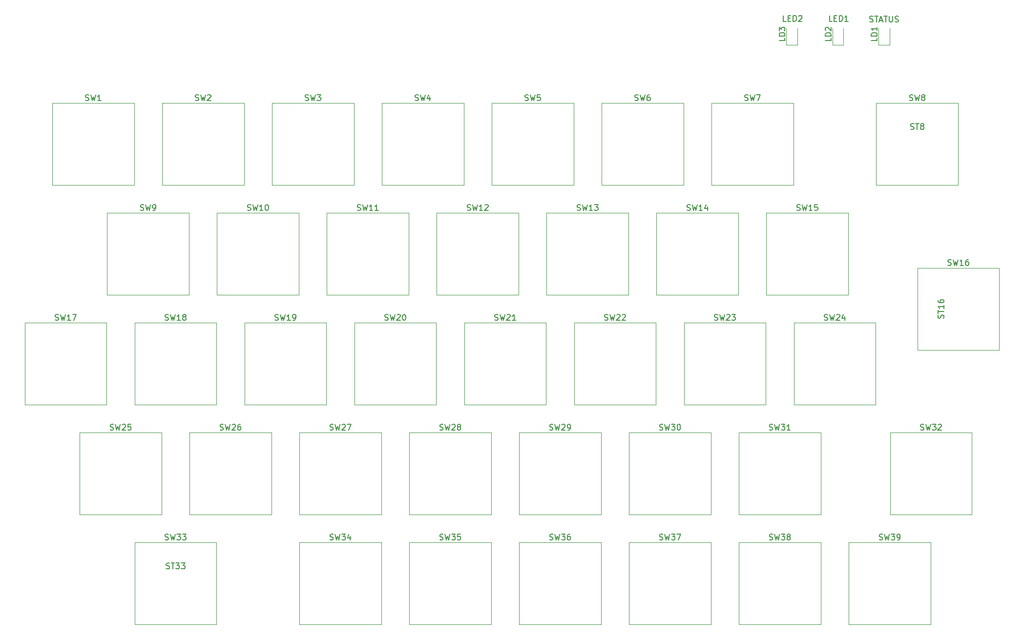
<source format=gbr>
%TF.GenerationSoftware,KiCad,Pcbnew,5.1.10*%
%TF.CreationDate,2021-08-04T22:26:14+02:00*%
%TF.ProjectId,keyboard,6b657962-6f61-4726-942e-6b696361645f,rev?*%
%TF.SameCoordinates,Original*%
%TF.FileFunction,Legend,Top*%
%TF.FilePolarity,Positive*%
%FSLAX46Y46*%
G04 Gerber Fmt 4.6, Leading zero omitted, Abs format (unit mm)*
G04 Created by KiCad (PCBNEW 5.1.10) date 2021-08-04 22:26:14*
%MOMM*%
%LPD*%
G01*
G04 APERTURE LIST*
%ADD10C,0.150000*%
%ADD11C,0.120000*%
G04 APERTURE END LIST*
D10*
X163238952Y-54109380D02*
X162762761Y-54109380D01*
X162762761Y-53109380D01*
X163572285Y-53585571D02*
X163905619Y-53585571D01*
X164048476Y-54109380D02*
X163572285Y-54109380D01*
X163572285Y-53109380D01*
X164048476Y-53109380D01*
X164477047Y-54109380D02*
X164477047Y-53109380D01*
X164715142Y-53109380D01*
X164858000Y-53157000D01*
X164953238Y-53252238D01*
X165000857Y-53347476D01*
X165048476Y-53537952D01*
X165048476Y-53680809D01*
X165000857Y-53871285D01*
X164953238Y-53966523D01*
X164858000Y-54061761D01*
X164715142Y-54109380D01*
X164477047Y-54109380D01*
X165429428Y-53204619D02*
X165477047Y-53157000D01*
X165572285Y-53109380D01*
X165810380Y-53109380D01*
X165905619Y-53157000D01*
X165953238Y-53204619D01*
X166000857Y-53299857D01*
X166000857Y-53395095D01*
X165953238Y-53537952D01*
X165381809Y-54109380D01*
X166000857Y-54109380D01*
X171239952Y-54109380D02*
X170763761Y-54109380D01*
X170763761Y-53109380D01*
X171573285Y-53585571D02*
X171906619Y-53585571D01*
X172049476Y-54109380D02*
X171573285Y-54109380D01*
X171573285Y-53109380D01*
X172049476Y-53109380D01*
X172478047Y-54109380D02*
X172478047Y-53109380D01*
X172716142Y-53109380D01*
X172859000Y-53157000D01*
X172954238Y-53252238D01*
X173001857Y-53347476D01*
X173049476Y-53537952D01*
X173049476Y-53680809D01*
X173001857Y-53871285D01*
X172954238Y-53966523D01*
X172859000Y-54061761D01*
X172716142Y-54109380D01*
X172478047Y-54109380D01*
X174001857Y-54109380D02*
X173430428Y-54109380D01*
X173716142Y-54109380D02*
X173716142Y-53109380D01*
X173620904Y-53252238D01*
X173525666Y-53347476D01*
X173430428Y-53395095D01*
X177756809Y-54188761D02*
X177899666Y-54236380D01*
X178137761Y-54236380D01*
X178233000Y-54188761D01*
X178280619Y-54141142D01*
X178328238Y-54045904D01*
X178328238Y-53950666D01*
X178280619Y-53855428D01*
X178233000Y-53807809D01*
X178137761Y-53760190D01*
X177947285Y-53712571D01*
X177852047Y-53664952D01*
X177804428Y-53617333D01*
X177756809Y-53522095D01*
X177756809Y-53426857D01*
X177804428Y-53331619D01*
X177852047Y-53284000D01*
X177947285Y-53236380D01*
X178185380Y-53236380D01*
X178328238Y-53284000D01*
X178613952Y-53236380D02*
X179185380Y-53236380D01*
X178899666Y-54236380D02*
X178899666Y-53236380D01*
X179471095Y-53950666D02*
X179947285Y-53950666D01*
X179375857Y-54236380D02*
X179709190Y-53236380D01*
X180042523Y-54236380D01*
X180233000Y-53236380D02*
X180804428Y-53236380D01*
X180518714Y-54236380D02*
X180518714Y-53236380D01*
X181137761Y-53236380D02*
X181137761Y-54045904D01*
X181185380Y-54141142D01*
X181233000Y-54188761D01*
X181328238Y-54236380D01*
X181518714Y-54236380D01*
X181613952Y-54188761D01*
X181661571Y-54141142D01*
X181709190Y-54045904D01*
X181709190Y-53236380D01*
X182137761Y-54188761D02*
X182280619Y-54236380D01*
X182518714Y-54236380D01*
X182613952Y-54188761D01*
X182661571Y-54141142D01*
X182709190Y-54045904D01*
X182709190Y-53950666D01*
X182661571Y-53855428D01*
X182613952Y-53807809D01*
X182518714Y-53760190D01*
X182328238Y-53712571D01*
X182233000Y-53664952D01*
X182185380Y-53617333D01*
X182137761Y-53522095D01*
X182137761Y-53426857D01*
X182185380Y-53331619D01*
X182233000Y-53284000D01*
X182328238Y-53236380D01*
X182566333Y-53236380D01*
X182709190Y-53284000D01*
D11*
%TO.C,SW9*%
X59722500Y-87369000D02*
X45522500Y-87369000D01*
X59722500Y-101569000D02*
X59722500Y-87369000D01*
X45522500Y-101569000D02*
X59722500Y-101569000D01*
X45522500Y-87369000D02*
X45522500Y-101569000D01*
%TO.C,SW8*%
X193072500Y-68319000D02*
X178872500Y-68319000D01*
X193072500Y-82519000D02*
X193072500Y-68319000D01*
X178872500Y-82519000D02*
X193072500Y-82519000D01*
X178872500Y-68319000D02*
X178872500Y-82519000D01*
%TO.C,SW7*%
X164497500Y-68319000D02*
X150297500Y-68319000D01*
X164497500Y-82519000D02*
X164497500Y-68319000D01*
X150297500Y-82519000D02*
X164497500Y-82519000D01*
X150297500Y-68319000D02*
X150297500Y-82519000D01*
%TO.C,SW6*%
X145447500Y-68319000D02*
X131247500Y-68319000D01*
X145447500Y-82519000D02*
X145447500Y-68319000D01*
X131247500Y-82519000D02*
X145447500Y-82519000D01*
X131247500Y-68319000D02*
X131247500Y-82519000D01*
%TO.C,SW5*%
X126397500Y-68319000D02*
X112197500Y-68319000D01*
X126397500Y-82519000D02*
X126397500Y-68319000D01*
X112197500Y-82519000D02*
X126397500Y-82519000D01*
X112197500Y-68319000D02*
X112197500Y-82519000D01*
%TO.C,SW4*%
X107347500Y-68319000D02*
X93147500Y-68319000D01*
X107347500Y-82519000D02*
X107347500Y-68319000D01*
X93147500Y-82519000D02*
X107347500Y-82519000D01*
X93147500Y-68319000D02*
X93147500Y-82519000D01*
%TO.C,SW39*%
X188310000Y-144519000D02*
X174110000Y-144519000D01*
X188310000Y-158719000D02*
X188310000Y-144519000D01*
X174110000Y-158719000D02*
X188310000Y-158719000D01*
X174110000Y-144519000D02*
X174110000Y-158719000D01*
%TO.C,SW38*%
X169260000Y-144519000D02*
X155060000Y-144519000D01*
X169260000Y-158719000D02*
X169260000Y-144519000D01*
X155060000Y-158719000D02*
X169260000Y-158719000D01*
X155060000Y-144519000D02*
X155060000Y-158719000D01*
%TO.C,SW37*%
X150210000Y-144519000D02*
X136010000Y-144519000D01*
X150210000Y-158719000D02*
X150210000Y-144519000D01*
X136010000Y-158719000D02*
X150210000Y-158719000D01*
X136010000Y-144519000D02*
X136010000Y-158719000D01*
%TO.C,SW36*%
X131160000Y-144519000D02*
X116960000Y-144519000D01*
X131160000Y-158719000D02*
X131160000Y-144519000D01*
X116960000Y-158719000D02*
X131160000Y-158719000D01*
X116960000Y-144519000D02*
X116960000Y-158719000D01*
%TO.C,SW35*%
X112110000Y-144519000D02*
X97910000Y-144519000D01*
X112110000Y-158719000D02*
X112110000Y-144519000D01*
X97910000Y-158719000D02*
X112110000Y-158719000D01*
X97910000Y-144519000D02*
X97910000Y-158719000D01*
%TO.C,SW34*%
X93060000Y-144519000D02*
X78860000Y-144519000D01*
X93060000Y-158719000D02*
X93060000Y-144519000D01*
X78860000Y-158719000D02*
X93060000Y-158719000D01*
X78860000Y-144519000D02*
X78860000Y-158719000D01*
%TO.C,SW33*%
X64485000Y-144519000D02*
X50285000Y-144519000D01*
X64485000Y-158719000D02*
X64485000Y-144519000D01*
X50285000Y-158719000D02*
X64485000Y-158719000D01*
X50285000Y-144519000D02*
X50285000Y-158719000D01*
%TO.C,SW32*%
X195453750Y-125469000D02*
X181253750Y-125469000D01*
X195453750Y-139669000D02*
X195453750Y-125469000D01*
X181253750Y-139669000D02*
X195453750Y-139669000D01*
X181253750Y-125469000D02*
X181253750Y-139669000D01*
%TO.C,SW31*%
X169260000Y-125469000D02*
X155060000Y-125469000D01*
X169260000Y-139669000D02*
X169260000Y-125469000D01*
X155060000Y-139669000D02*
X169260000Y-139669000D01*
X155060000Y-125469000D02*
X155060000Y-139669000D01*
%TO.C,SW30*%
X150210000Y-125469000D02*
X136010000Y-125469000D01*
X150210000Y-139669000D02*
X150210000Y-125469000D01*
X136010000Y-139669000D02*
X150210000Y-139669000D01*
X136010000Y-125469000D02*
X136010000Y-139669000D01*
%TO.C,SW3*%
X88297500Y-68319000D02*
X74097500Y-68319000D01*
X88297500Y-82519000D02*
X88297500Y-68319000D01*
X74097500Y-82519000D02*
X88297500Y-82519000D01*
X74097500Y-68319000D02*
X74097500Y-82519000D01*
%TO.C,SW29*%
X131160000Y-125469000D02*
X116960000Y-125469000D01*
X131160000Y-139669000D02*
X131160000Y-125469000D01*
X116960000Y-139669000D02*
X131160000Y-139669000D01*
X116960000Y-125469000D02*
X116960000Y-139669000D01*
%TO.C,SW28*%
X112110000Y-125469000D02*
X97910000Y-125469000D01*
X112110000Y-139669000D02*
X112110000Y-125469000D01*
X97910000Y-139669000D02*
X112110000Y-139669000D01*
X97910000Y-125469000D02*
X97910000Y-139669000D01*
%TO.C,SW27*%
X93060000Y-125469000D02*
X78860000Y-125469000D01*
X93060000Y-139669000D02*
X93060000Y-125469000D01*
X78860000Y-139669000D02*
X93060000Y-139669000D01*
X78860000Y-125469000D02*
X78860000Y-139669000D01*
%TO.C,SW26*%
X74010000Y-125469000D02*
X59810000Y-125469000D01*
X74010000Y-139669000D02*
X74010000Y-125469000D01*
X59810000Y-139669000D02*
X74010000Y-139669000D01*
X59810000Y-125469000D02*
X59810000Y-139669000D01*
%TO.C,SW25*%
X54960000Y-125469000D02*
X40760000Y-125469000D01*
X54960000Y-139669000D02*
X54960000Y-125469000D01*
X40760000Y-139669000D02*
X54960000Y-139669000D01*
X40760000Y-125469000D02*
X40760000Y-139669000D01*
%TO.C,SW24*%
X178785000Y-106419000D02*
X164585000Y-106419000D01*
X178785000Y-120619000D02*
X178785000Y-106419000D01*
X164585000Y-120619000D02*
X178785000Y-120619000D01*
X164585000Y-106419000D02*
X164585000Y-120619000D01*
%TO.C,SW23*%
X159735000Y-106419000D02*
X145535000Y-106419000D01*
X159735000Y-120619000D02*
X159735000Y-106419000D01*
X145535000Y-120619000D02*
X159735000Y-120619000D01*
X145535000Y-106419000D02*
X145535000Y-120619000D01*
%TO.C,SW22*%
X140685000Y-106419000D02*
X126485000Y-106419000D01*
X140685000Y-120619000D02*
X140685000Y-106419000D01*
X126485000Y-120619000D02*
X140685000Y-120619000D01*
X126485000Y-106419000D02*
X126485000Y-120619000D01*
%TO.C,SW21*%
X121635000Y-106419000D02*
X107435000Y-106419000D01*
X121635000Y-120619000D02*
X121635000Y-106419000D01*
X107435000Y-120619000D02*
X121635000Y-120619000D01*
X107435000Y-106419000D02*
X107435000Y-120619000D01*
%TO.C,SW20*%
X102585000Y-106419000D02*
X88385000Y-106419000D01*
X102585000Y-120619000D02*
X102585000Y-106419000D01*
X88385000Y-120619000D02*
X102585000Y-120619000D01*
X88385000Y-106419000D02*
X88385000Y-120619000D01*
%TO.C,SW2*%
X69247500Y-68319000D02*
X55047500Y-68319000D01*
X69247500Y-82519000D02*
X69247500Y-68319000D01*
X55047500Y-82519000D02*
X69247500Y-82519000D01*
X55047500Y-68319000D02*
X55047500Y-82519000D01*
%TO.C,SW19*%
X83535000Y-106419000D02*
X69335000Y-106419000D01*
X83535000Y-120619000D02*
X83535000Y-106419000D01*
X69335000Y-120619000D02*
X83535000Y-120619000D01*
X69335000Y-106419000D02*
X69335000Y-120619000D01*
%TO.C,SW18*%
X64485000Y-106419000D02*
X50285000Y-106419000D01*
X64485000Y-120619000D02*
X64485000Y-106419000D01*
X50285000Y-120619000D02*
X64485000Y-120619000D01*
X50285000Y-106419000D02*
X50285000Y-120619000D01*
%TO.C,SW17*%
X45435000Y-106419000D02*
X31235000Y-106419000D01*
X45435000Y-120619000D02*
X45435000Y-106419000D01*
X31235000Y-120619000D02*
X45435000Y-120619000D01*
X31235000Y-106419000D02*
X31235000Y-120619000D01*
%TO.C,SW16*%
X200216250Y-96894000D02*
X186016250Y-96894000D01*
X200216250Y-111094000D02*
X200216250Y-96894000D01*
X186016250Y-111094000D02*
X200216250Y-111094000D01*
X186016250Y-96894000D02*
X186016250Y-111094000D01*
%TO.C,SW15*%
X174022500Y-87369000D02*
X159822500Y-87369000D01*
X174022500Y-101569000D02*
X174022500Y-87369000D01*
X159822500Y-101569000D02*
X174022500Y-101569000D01*
X159822500Y-87369000D02*
X159822500Y-101569000D01*
%TO.C,SW14*%
X154972500Y-87369000D02*
X140772500Y-87369000D01*
X154972500Y-101569000D02*
X154972500Y-87369000D01*
X140772500Y-101569000D02*
X154972500Y-101569000D01*
X140772500Y-87369000D02*
X140772500Y-101569000D01*
%TO.C,SW13*%
X135922500Y-87369000D02*
X121722500Y-87369000D01*
X135922500Y-101569000D02*
X135922500Y-87369000D01*
X121722500Y-101569000D02*
X135922500Y-101569000D01*
X121722500Y-87369000D02*
X121722500Y-101569000D01*
%TO.C,SW12*%
X116872500Y-87369000D02*
X102672500Y-87369000D01*
X116872500Y-101569000D02*
X116872500Y-87369000D01*
X102672500Y-101569000D02*
X116872500Y-101569000D01*
X102672500Y-87369000D02*
X102672500Y-101569000D01*
%TO.C,SW11*%
X97822500Y-87369000D02*
X83622500Y-87369000D01*
X97822500Y-101569000D02*
X97822500Y-87369000D01*
X83622500Y-101569000D02*
X97822500Y-101569000D01*
X83622500Y-87369000D02*
X83622500Y-101569000D01*
%TO.C,SW10*%
X78772500Y-87369000D02*
X64572500Y-87369000D01*
X78772500Y-101569000D02*
X78772500Y-87369000D01*
X64572500Y-101569000D02*
X78772500Y-101569000D01*
X64572500Y-87369000D02*
X64572500Y-101569000D01*
%TO.C,SW1*%
X50197500Y-68319000D02*
X35997500Y-68319000D01*
X50197500Y-82519000D02*
X50197500Y-68319000D01*
X35997500Y-82519000D02*
X50197500Y-82519000D01*
X35997500Y-68319000D02*
X35997500Y-82519000D01*
%TO.C,LD1*%
X181192000Y-58184000D02*
X181192000Y-55324000D01*
X179272000Y-58184000D02*
X181192000Y-58184000D01*
X179272000Y-55324000D02*
X179272000Y-58184000D01*
%TO.C,LD2*%
X171272000Y-55324000D02*
X171272000Y-58184000D01*
X171272000Y-58184000D02*
X173192000Y-58184000D01*
X173192000Y-58184000D02*
X173192000Y-55324000D01*
%TO.C,LD3*%
X163272000Y-55324000D02*
X163272000Y-58184000D01*
X163272000Y-58184000D02*
X165192000Y-58184000D01*
X165192000Y-58184000D02*
X165192000Y-55324000D01*
%TO.C,SW9*%
D10*
X51289166Y-86873761D02*
X51432023Y-86921380D01*
X51670119Y-86921380D01*
X51765357Y-86873761D01*
X51812976Y-86826142D01*
X51860595Y-86730904D01*
X51860595Y-86635666D01*
X51812976Y-86540428D01*
X51765357Y-86492809D01*
X51670119Y-86445190D01*
X51479642Y-86397571D01*
X51384404Y-86349952D01*
X51336785Y-86302333D01*
X51289166Y-86207095D01*
X51289166Y-86111857D01*
X51336785Y-86016619D01*
X51384404Y-85969000D01*
X51479642Y-85921380D01*
X51717738Y-85921380D01*
X51860595Y-85969000D01*
X52193928Y-85921380D02*
X52432023Y-86921380D01*
X52622500Y-86207095D01*
X52812976Y-86921380D01*
X53051071Y-85921380D01*
X53479642Y-86921380D02*
X53670119Y-86921380D01*
X53765357Y-86873761D01*
X53812976Y-86826142D01*
X53908214Y-86683285D01*
X53955833Y-86492809D01*
X53955833Y-86111857D01*
X53908214Y-86016619D01*
X53860595Y-85969000D01*
X53765357Y-85921380D01*
X53574880Y-85921380D01*
X53479642Y-85969000D01*
X53432023Y-86016619D01*
X53384404Y-86111857D01*
X53384404Y-86349952D01*
X53432023Y-86445190D01*
X53479642Y-86492809D01*
X53574880Y-86540428D01*
X53765357Y-86540428D01*
X53860595Y-86492809D01*
X53908214Y-86445190D01*
X53955833Y-86349952D01*
%TO.C,SW8*%
X184639166Y-67823761D02*
X184782023Y-67871380D01*
X185020119Y-67871380D01*
X185115357Y-67823761D01*
X185162976Y-67776142D01*
X185210595Y-67680904D01*
X185210595Y-67585666D01*
X185162976Y-67490428D01*
X185115357Y-67442809D01*
X185020119Y-67395190D01*
X184829642Y-67347571D01*
X184734404Y-67299952D01*
X184686785Y-67252333D01*
X184639166Y-67157095D01*
X184639166Y-67061857D01*
X184686785Y-66966619D01*
X184734404Y-66919000D01*
X184829642Y-66871380D01*
X185067738Y-66871380D01*
X185210595Y-66919000D01*
X185543928Y-66871380D02*
X185782023Y-67871380D01*
X185972500Y-67157095D01*
X186162976Y-67871380D01*
X186401071Y-66871380D01*
X186924880Y-67299952D02*
X186829642Y-67252333D01*
X186782023Y-67204714D01*
X186734404Y-67109476D01*
X186734404Y-67061857D01*
X186782023Y-66966619D01*
X186829642Y-66919000D01*
X186924880Y-66871380D01*
X187115357Y-66871380D01*
X187210595Y-66919000D01*
X187258214Y-66966619D01*
X187305833Y-67061857D01*
X187305833Y-67109476D01*
X187258214Y-67204714D01*
X187210595Y-67252333D01*
X187115357Y-67299952D01*
X186924880Y-67299952D01*
X186829642Y-67347571D01*
X186782023Y-67395190D01*
X186734404Y-67490428D01*
X186734404Y-67680904D01*
X186782023Y-67776142D01*
X186829642Y-67823761D01*
X186924880Y-67871380D01*
X187115357Y-67871380D01*
X187210595Y-67823761D01*
X187258214Y-67776142D01*
X187305833Y-67680904D01*
X187305833Y-67490428D01*
X187258214Y-67395190D01*
X187210595Y-67347571D01*
X187115357Y-67299952D01*
%TO.C,SW7*%
X156064166Y-67823761D02*
X156207023Y-67871380D01*
X156445119Y-67871380D01*
X156540357Y-67823761D01*
X156587976Y-67776142D01*
X156635595Y-67680904D01*
X156635595Y-67585666D01*
X156587976Y-67490428D01*
X156540357Y-67442809D01*
X156445119Y-67395190D01*
X156254642Y-67347571D01*
X156159404Y-67299952D01*
X156111785Y-67252333D01*
X156064166Y-67157095D01*
X156064166Y-67061857D01*
X156111785Y-66966619D01*
X156159404Y-66919000D01*
X156254642Y-66871380D01*
X156492738Y-66871380D01*
X156635595Y-66919000D01*
X156968928Y-66871380D02*
X157207023Y-67871380D01*
X157397500Y-67157095D01*
X157587976Y-67871380D01*
X157826071Y-66871380D01*
X158111785Y-66871380D02*
X158778452Y-66871380D01*
X158349880Y-67871380D01*
%TO.C,SW6*%
X137014166Y-67823761D02*
X137157023Y-67871380D01*
X137395119Y-67871380D01*
X137490357Y-67823761D01*
X137537976Y-67776142D01*
X137585595Y-67680904D01*
X137585595Y-67585666D01*
X137537976Y-67490428D01*
X137490357Y-67442809D01*
X137395119Y-67395190D01*
X137204642Y-67347571D01*
X137109404Y-67299952D01*
X137061785Y-67252333D01*
X137014166Y-67157095D01*
X137014166Y-67061857D01*
X137061785Y-66966619D01*
X137109404Y-66919000D01*
X137204642Y-66871380D01*
X137442738Y-66871380D01*
X137585595Y-66919000D01*
X137918928Y-66871380D02*
X138157023Y-67871380D01*
X138347500Y-67157095D01*
X138537976Y-67871380D01*
X138776071Y-66871380D01*
X139585595Y-66871380D02*
X139395119Y-66871380D01*
X139299880Y-66919000D01*
X139252261Y-66966619D01*
X139157023Y-67109476D01*
X139109404Y-67299952D01*
X139109404Y-67680904D01*
X139157023Y-67776142D01*
X139204642Y-67823761D01*
X139299880Y-67871380D01*
X139490357Y-67871380D01*
X139585595Y-67823761D01*
X139633214Y-67776142D01*
X139680833Y-67680904D01*
X139680833Y-67442809D01*
X139633214Y-67347571D01*
X139585595Y-67299952D01*
X139490357Y-67252333D01*
X139299880Y-67252333D01*
X139204642Y-67299952D01*
X139157023Y-67347571D01*
X139109404Y-67442809D01*
%TO.C,SW5*%
X117964166Y-67823761D02*
X118107023Y-67871380D01*
X118345119Y-67871380D01*
X118440357Y-67823761D01*
X118487976Y-67776142D01*
X118535595Y-67680904D01*
X118535595Y-67585666D01*
X118487976Y-67490428D01*
X118440357Y-67442809D01*
X118345119Y-67395190D01*
X118154642Y-67347571D01*
X118059404Y-67299952D01*
X118011785Y-67252333D01*
X117964166Y-67157095D01*
X117964166Y-67061857D01*
X118011785Y-66966619D01*
X118059404Y-66919000D01*
X118154642Y-66871380D01*
X118392738Y-66871380D01*
X118535595Y-66919000D01*
X118868928Y-66871380D02*
X119107023Y-67871380D01*
X119297500Y-67157095D01*
X119487976Y-67871380D01*
X119726071Y-66871380D01*
X120583214Y-66871380D02*
X120107023Y-66871380D01*
X120059404Y-67347571D01*
X120107023Y-67299952D01*
X120202261Y-67252333D01*
X120440357Y-67252333D01*
X120535595Y-67299952D01*
X120583214Y-67347571D01*
X120630833Y-67442809D01*
X120630833Y-67680904D01*
X120583214Y-67776142D01*
X120535595Y-67823761D01*
X120440357Y-67871380D01*
X120202261Y-67871380D01*
X120107023Y-67823761D01*
X120059404Y-67776142D01*
%TO.C,SW4*%
X98914166Y-67823761D02*
X99057023Y-67871380D01*
X99295119Y-67871380D01*
X99390357Y-67823761D01*
X99437976Y-67776142D01*
X99485595Y-67680904D01*
X99485595Y-67585666D01*
X99437976Y-67490428D01*
X99390357Y-67442809D01*
X99295119Y-67395190D01*
X99104642Y-67347571D01*
X99009404Y-67299952D01*
X98961785Y-67252333D01*
X98914166Y-67157095D01*
X98914166Y-67061857D01*
X98961785Y-66966619D01*
X99009404Y-66919000D01*
X99104642Y-66871380D01*
X99342738Y-66871380D01*
X99485595Y-66919000D01*
X99818928Y-66871380D02*
X100057023Y-67871380D01*
X100247500Y-67157095D01*
X100437976Y-67871380D01*
X100676071Y-66871380D01*
X101485595Y-67204714D02*
X101485595Y-67871380D01*
X101247500Y-66823761D02*
X101009404Y-67538047D01*
X101628452Y-67538047D01*
%TO.C,SW39*%
X179400476Y-144023761D02*
X179543333Y-144071380D01*
X179781428Y-144071380D01*
X179876666Y-144023761D01*
X179924285Y-143976142D01*
X179971904Y-143880904D01*
X179971904Y-143785666D01*
X179924285Y-143690428D01*
X179876666Y-143642809D01*
X179781428Y-143595190D01*
X179590952Y-143547571D01*
X179495714Y-143499952D01*
X179448095Y-143452333D01*
X179400476Y-143357095D01*
X179400476Y-143261857D01*
X179448095Y-143166619D01*
X179495714Y-143119000D01*
X179590952Y-143071380D01*
X179829047Y-143071380D01*
X179971904Y-143119000D01*
X180305238Y-143071380D02*
X180543333Y-144071380D01*
X180733809Y-143357095D01*
X180924285Y-144071380D01*
X181162380Y-143071380D01*
X181448095Y-143071380D02*
X182067142Y-143071380D01*
X181733809Y-143452333D01*
X181876666Y-143452333D01*
X181971904Y-143499952D01*
X182019523Y-143547571D01*
X182067142Y-143642809D01*
X182067142Y-143880904D01*
X182019523Y-143976142D01*
X181971904Y-144023761D01*
X181876666Y-144071380D01*
X181590952Y-144071380D01*
X181495714Y-144023761D01*
X181448095Y-143976142D01*
X182543333Y-144071380D02*
X182733809Y-144071380D01*
X182829047Y-144023761D01*
X182876666Y-143976142D01*
X182971904Y-143833285D01*
X183019523Y-143642809D01*
X183019523Y-143261857D01*
X182971904Y-143166619D01*
X182924285Y-143119000D01*
X182829047Y-143071380D01*
X182638571Y-143071380D01*
X182543333Y-143119000D01*
X182495714Y-143166619D01*
X182448095Y-143261857D01*
X182448095Y-143499952D01*
X182495714Y-143595190D01*
X182543333Y-143642809D01*
X182638571Y-143690428D01*
X182829047Y-143690428D01*
X182924285Y-143642809D01*
X182971904Y-143595190D01*
X183019523Y-143499952D01*
%TO.C,SW38*%
X160350476Y-144023761D02*
X160493333Y-144071380D01*
X160731428Y-144071380D01*
X160826666Y-144023761D01*
X160874285Y-143976142D01*
X160921904Y-143880904D01*
X160921904Y-143785666D01*
X160874285Y-143690428D01*
X160826666Y-143642809D01*
X160731428Y-143595190D01*
X160540952Y-143547571D01*
X160445714Y-143499952D01*
X160398095Y-143452333D01*
X160350476Y-143357095D01*
X160350476Y-143261857D01*
X160398095Y-143166619D01*
X160445714Y-143119000D01*
X160540952Y-143071380D01*
X160779047Y-143071380D01*
X160921904Y-143119000D01*
X161255238Y-143071380D02*
X161493333Y-144071380D01*
X161683809Y-143357095D01*
X161874285Y-144071380D01*
X162112380Y-143071380D01*
X162398095Y-143071380D02*
X163017142Y-143071380D01*
X162683809Y-143452333D01*
X162826666Y-143452333D01*
X162921904Y-143499952D01*
X162969523Y-143547571D01*
X163017142Y-143642809D01*
X163017142Y-143880904D01*
X162969523Y-143976142D01*
X162921904Y-144023761D01*
X162826666Y-144071380D01*
X162540952Y-144071380D01*
X162445714Y-144023761D01*
X162398095Y-143976142D01*
X163588571Y-143499952D02*
X163493333Y-143452333D01*
X163445714Y-143404714D01*
X163398095Y-143309476D01*
X163398095Y-143261857D01*
X163445714Y-143166619D01*
X163493333Y-143119000D01*
X163588571Y-143071380D01*
X163779047Y-143071380D01*
X163874285Y-143119000D01*
X163921904Y-143166619D01*
X163969523Y-143261857D01*
X163969523Y-143309476D01*
X163921904Y-143404714D01*
X163874285Y-143452333D01*
X163779047Y-143499952D01*
X163588571Y-143499952D01*
X163493333Y-143547571D01*
X163445714Y-143595190D01*
X163398095Y-143690428D01*
X163398095Y-143880904D01*
X163445714Y-143976142D01*
X163493333Y-144023761D01*
X163588571Y-144071380D01*
X163779047Y-144071380D01*
X163874285Y-144023761D01*
X163921904Y-143976142D01*
X163969523Y-143880904D01*
X163969523Y-143690428D01*
X163921904Y-143595190D01*
X163874285Y-143547571D01*
X163779047Y-143499952D01*
%TO.C,SW37*%
X141300476Y-144023761D02*
X141443333Y-144071380D01*
X141681428Y-144071380D01*
X141776666Y-144023761D01*
X141824285Y-143976142D01*
X141871904Y-143880904D01*
X141871904Y-143785666D01*
X141824285Y-143690428D01*
X141776666Y-143642809D01*
X141681428Y-143595190D01*
X141490952Y-143547571D01*
X141395714Y-143499952D01*
X141348095Y-143452333D01*
X141300476Y-143357095D01*
X141300476Y-143261857D01*
X141348095Y-143166619D01*
X141395714Y-143119000D01*
X141490952Y-143071380D01*
X141729047Y-143071380D01*
X141871904Y-143119000D01*
X142205238Y-143071380D02*
X142443333Y-144071380D01*
X142633809Y-143357095D01*
X142824285Y-144071380D01*
X143062380Y-143071380D01*
X143348095Y-143071380D02*
X143967142Y-143071380D01*
X143633809Y-143452333D01*
X143776666Y-143452333D01*
X143871904Y-143499952D01*
X143919523Y-143547571D01*
X143967142Y-143642809D01*
X143967142Y-143880904D01*
X143919523Y-143976142D01*
X143871904Y-144023761D01*
X143776666Y-144071380D01*
X143490952Y-144071380D01*
X143395714Y-144023761D01*
X143348095Y-143976142D01*
X144300476Y-143071380D02*
X144967142Y-143071380D01*
X144538571Y-144071380D01*
%TO.C,SW36*%
X122250476Y-144023761D02*
X122393333Y-144071380D01*
X122631428Y-144071380D01*
X122726666Y-144023761D01*
X122774285Y-143976142D01*
X122821904Y-143880904D01*
X122821904Y-143785666D01*
X122774285Y-143690428D01*
X122726666Y-143642809D01*
X122631428Y-143595190D01*
X122440952Y-143547571D01*
X122345714Y-143499952D01*
X122298095Y-143452333D01*
X122250476Y-143357095D01*
X122250476Y-143261857D01*
X122298095Y-143166619D01*
X122345714Y-143119000D01*
X122440952Y-143071380D01*
X122679047Y-143071380D01*
X122821904Y-143119000D01*
X123155238Y-143071380D02*
X123393333Y-144071380D01*
X123583809Y-143357095D01*
X123774285Y-144071380D01*
X124012380Y-143071380D01*
X124298095Y-143071380D02*
X124917142Y-143071380D01*
X124583809Y-143452333D01*
X124726666Y-143452333D01*
X124821904Y-143499952D01*
X124869523Y-143547571D01*
X124917142Y-143642809D01*
X124917142Y-143880904D01*
X124869523Y-143976142D01*
X124821904Y-144023761D01*
X124726666Y-144071380D01*
X124440952Y-144071380D01*
X124345714Y-144023761D01*
X124298095Y-143976142D01*
X125774285Y-143071380D02*
X125583809Y-143071380D01*
X125488571Y-143119000D01*
X125440952Y-143166619D01*
X125345714Y-143309476D01*
X125298095Y-143499952D01*
X125298095Y-143880904D01*
X125345714Y-143976142D01*
X125393333Y-144023761D01*
X125488571Y-144071380D01*
X125679047Y-144071380D01*
X125774285Y-144023761D01*
X125821904Y-143976142D01*
X125869523Y-143880904D01*
X125869523Y-143642809D01*
X125821904Y-143547571D01*
X125774285Y-143499952D01*
X125679047Y-143452333D01*
X125488571Y-143452333D01*
X125393333Y-143499952D01*
X125345714Y-143547571D01*
X125298095Y-143642809D01*
%TO.C,SW35*%
X103200476Y-144023761D02*
X103343333Y-144071380D01*
X103581428Y-144071380D01*
X103676666Y-144023761D01*
X103724285Y-143976142D01*
X103771904Y-143880904D01*
X103771904Y-143785666D01*
X103724285Y-143690428D01*
X103676666Y-143642809D01*
X103581428Y-143595190D01*
X103390952Y-143547571D01*
X103295714Y-143499952D01*
X103248095Y-143452333D01*
X103200476Y-143357095D01*
X103200476Y-143261857D01*
X103248095Y-143166619D01*
X103295714Y-143119000D01*
X103390952Y-143071380D01*
X103629047Y-143071380D01*
X103771904Y-143119000D01*
X104105238Y-143071380D02*
X104343333Y-144071380D01*
X104533809Y-143357095D01*
X104724285Y-144071380D01*
X104962380Y-143071380D01*
X105248095Y-143071380D02*
X105867142Y-143071380D01*
X105533809Y-143452333D01*
X105676666Y-143452333D01*
X105771904Y-143499952D01*
X105819523Y-143547571D01*
X105867142Y-143642809D01*
X105867142Y-143880904D01*
X105819523Y-143976142D01*
X105771904Y-144023761D01*
X105676666Y-144071380D01*
X105390952Y-144071380D01*
X105295714Y-144023761D01*
X105248095Y-143976142D01*
X106771904Y-143071380D02*
X106295714Y-143071380D01*
X106248095Y-143547571D01*
X106295714Y-143499952D01*
X106390952Y-143452333D01*
X106629047Y-143452333D01*
X106724285Y-143499952D01*
X106771904Y-143547571D01*
X106819523Y-143642809D01*
X106819523Y-143880904D01*
X106771904Y-143976142D01*
X106724285Y-144023761D01*
X106629047Y-144071380D01*
X106390952Y-144071380D01*
X106295714Y-144023761D01*
X106248095Y-143976142D01*
%TO.C,SW34*%
X84150476Y-144023761D02*
X84293333Y-144071380D01*
X84531428Y-144071380D01*
X84626666Y-144023761D01*
X84674285Y-143976142D01*
X84721904Y-143880904D01*
X84721904Y-143785666D01*
X84674285Y-143690428D01*
X84626666Y-143642809D01*
X84531428Y-143595190D01*
X84340952Y-143547571D01*
X84245714Y-143499952D01*
X84198095Y-143452333D01*
X84150476Y-143357095D01*
X84150476Y-143261857D01*
X84198095Y-143166619D01*
X84245714Y-143119000D01*
X84340952Y-143071380D01*
X84579047Y-143071380D01*
X84721904Y-143119000D01*
X85055238Y-143071380D02*
X85293333Y-144071380D01*
X85483809Y-143357095D01*
X85674285Y-144071380D01*
X85912380Y-143071380D01*
X86198095Y-143071380D02*
X86817142Y-143071380D01*
X86483809Y-143452333D01*
X86626666Y-143452333D01*
X86721904Y-143499952D01*
X86769523Y-143547571D01*
X86817142Y-143642809D01*
X86817142Y-143880904D01*
X86769523Y-143976142D01*
X86721904Y-144023761D01*
X86626666Y-144071380D01*
X86340952Y-144071380D01*
X86245714Y-144023761D01*
X86198095Y-143976142D01*
X87674285Y-143404714D02*
X87674285Y-144071380D01*
X87436190Y-143023761D02*
X87198095Y-143738047D01*
X87817142Y-143738047D01*
%TO.C,SW33*%
X55575476Y-144023761D02*
X55718333Y-144071380D01*
X55956428Y-144071380D01*
X56051666Y-144023761D01*
X56099285Y-143976142D01*
X56146904Y-143880904D01*
X56146904Y-143785666D01*
X56099285Y-143690428D01*
X56051666Y-143642809D01*
X55956428Y-143595190D01*
X55765952Y-143547571D01*
X55670714Y-143499952D01*
X55623095Y-143452333D01*
X55575476Y-143357095D01*
X55575476Y-143261857D01*
X55623095Y-143166619D01*
X55670714Y-143119000D01*
X55765952Y-143071380D01*
X56004047Y-143071380D01*
X56146904Y-143119000D01*
X56480238Y-143071380D02*
X56718333Y-144071380D01*
X56908809Y-143357095D01*
X57099285Y-144071380D01*
X57337380Y-143071380D01*
X57623095Y-143071380D02*
X58242142Y-143071380D01*
X57908809Y-143452333D01*
X58051666Y-143452333D01*
X58146904Y-143499952D01*
X58194523Y-143547571D01*
X58242142Y-143642809D01*
X58242142Y-143880904D01*
X58194523Y-143976142D01*
X58146904Y-144023761D01*
X58051666Y-144071380D01*
X57765952Y-144071380D01*
X57670714Y-144023761D01*
X57623095Y-143976142D01*
X58575476Y-143071380D02*
X59194523Y-143071380D01*
X58861190Y-143452333D01*
X59004047Y-143452333D01*
X59099285Y-143499952D01*
X59146904Y-143547571D01*
X59194523Y-143642809D01*
X59194523Y-143880904D01*
X59146904Y-143976142D01*
X59099285Y-144023761D01*
X59004047Y-144071380D01*
X58718333Y-144071380D01*
X58623095Y-144023761D01*
X58575476Y-143976142D01*
%TO.C,SW32*%
X186544226Y-124973761D02*
X186687083Y-125021380D01*
X186925178Y-125021380D01*
X187020416Y-124973761D01*
X187068035Y-124926142D01*
X187115654Y-124830904D01*
X187115654Y-124735666D01*
X187068035Y-124640428D01*
X187020416Y-124592809D01*
X186925178Y-124545190D01*
X186734702Y-124497571D01*
X186639464Y-124449952D01*
X186591845Y-124402333D01*
X186544226Y-124307095D01*
X186544226Y-124211857D01*
X186591845Y-124116619D01*
X186639464Y-124069000D01*
X186734702Y-124021380D01*
X186972797Y-124021380D01*
X187115654Y-124069000D01*
X187448988Y-124021380D02*
X187687083Y-125021380D01*
X187877559Y-124307095D01*
X188068035Y-125021380D01*
X188306130Y-124021380D01*
X188591845Y-124021380D02*
X189210892Y-124021380D01*
X188877559Y-124402333D01*
X189020416Y-124402333D01*
X189115654Y-124449952D01*
X189163273Y-124497571D01*
X189210892Y-124592809D01*
X189210892Y-124830904D01*
X189163273Y-124926142D01*
X189115654Y-124973761D01*
X189020416Y-125021380D01*
X188734702Y-125021380D01*
X188639464Y-124973761D01*
X188591845Y-124926142D01*
X189591845Y-124116619D02*
X189639464Y-124069000D01*
X189734702Y-124021380D01*
X189972797Y-124021380D01*
X190068035Y-124069000D01*
X190115654Y-124116619D01*
X190163273Y-124211857D01*
X190163273Y-124307095D01*
X190115654Y-124449952D01*
X189544226Y-125021380D01*
X190163273Y-125021380D01*
%TO.C,SW31*%
X160350476Y-124973761D02*
X160493333Y-125021380D01*
X160731428Y-125021380D01*
X160826666Y-124973761D01*
X160874285Y-124926142D01*
X160921904Y-124830904D01*
X160921904Y-124735666D01*
X160874285Y-124640428D01*
X160826666Y-124592809D01*
X160731428Y-124545190D01*
X160540952Y-124497571D01*
X160445714Y-124449952D01*
X160398095Y-124402333D01*
X160350476Y-124307095D01*
X160350476Y-124211857D01*
X160398095Y-124116619D01*
X160445714Y-124069000D01*
X160540952Y-124021380D01*
X160779047Y-124021380D01*
X160921904Y-124069000D01*
X161255238Y-124021380D02*
X161493333Y-125021380D01*
X161683809Y-124307095D01*
X161874285Y-125021380D01*
X162112380Y-124021380D01*
X162398095Y-124021380D02*
X163017142Y-124021380D01*
X162683809Y-124402333D01*
X162826666Y-124402333D01*
X162921904Y-124449952D01*
X162969523Y-124497571D01*
X163017142Y-124592809D01*
X163017142Y-124830904D01*
X162969523Y-124926142D01*
X162921904Y-124973761D01*
X162826666Y-125021380D01*
X162540952Y-125021380D01*
X162445714Y-124973761D01*
X162398095Y-124926142D01*
X163969523Y-125021380D02*
X163398095Y-125021380D01*
X163683809Y-125021380D02*
X163683809Y-124021380D01*
X163588571Y-124164238D01*
X163493333Y-124259476D01*
X163398095Y-124307095D01*
%TO.C,SW30*%
X141300476Y-124973761D02*
X141443333Y-125021380D01*
X141681428Y-125021380D01*
X141776666Y-124973761D01*
X141824285Y-124926142D01*
X141871904Y-124830904D01*
X141871904Y-124735666D01*
X141824285Y-124640428D01*
X141776666Y-124592809D01*
X141681428Y-124545190D01*
X141490952Y-124497571D01*
X141395714Y-124449952D01*
X141348095Y-124402333D01*
X141300476Y-124307095D01*
X141300476Y-124211857D01*
X141348095Y-124116619D01*
X141395714Y-124069000D01*
X141490952Y-124021380D01*
X141729047Y-124021380D01*
X141871904Y-124069000D01*
X142205238Y-124021380D02*
X142443333Y-125021380D01*
X142633809Y-124307095D01*
X142824285Y-125021380D01*
X143062380Y-124021380D01*
X143348095Y-124021380D02*
X143967142Y-124021380D01*
X143633809Y-124402333D01*
X143776666Y-124402333D01*
X143871904Y-124449952D01*
X143919523Y-124497571D01*
X143967142Y-124592809D01*
X143967142Y-124830904D01*
X143919523Y-124926142D01*
X143871904Y-124973761D01*
X143776666Y-125021380D01*
X143490952Y-125021380D01*
X143395714Y-124973761D01*
X143348095Y-124926142D01*
X144586190Y-124021380D02*
X144681428Y-124021380D01*
X144776666Y-124069000D01*
X144824285Y-124116619D01*
X144871904Y-124211857D01*
X144919523Y-124402333D01*
X144919523Y-124640428D01*
X144871904Y-124830904D01*
X144824285Y-124926142D01*
X144776666Y-124973761D01*
X144681428Y-125021380D01*
X144586190Y-125021380D01*
X144490952Y-124973761D01*
X144443333Y-124926142D01*
X144395714Y-124830904D01*
X144348095Y-124640428D01*
X144348095Y-124402333D01*
X144395714Y-124211857D01*
X144443333Y-124116619D01*
X144490952Y-124069000D01*
X144586190Y-124021380D01*
%TO.C,SW3*%
X79864166Y-67823761D02*
X80007023Y-67871380D01*
X80245119Y-67871380D01*
X80340357Y-67823761D01*
X80387976Y-67776142D01*
X80435595Y-67680904D01*
X80435595Y-67585666D01*
X80387976Y-67490428D01*
X80340357Y-67442809D01*
X80245119Y-67395190D01*
X80054642Y-67347571D01*
X79959404Y-67299952D01*
X79911785Y-67252333D01*
X79864166Y-67157095D01*
X79864166Y-67061857D01*
X79911785Y-66966619D01*
X79959404Y-66919000D01*
X80054642Y-66871380D01*
X80292738Y-66871380D01*
X80435595Y-66919000D01*
X80768928Y-66871380D02*
X81007023Y-67871380D01*
X81197500Y-67157095D01*
X81387976Y-67871380D01*
X81626071Y-66871380D01*
X81911785Y-66871380D02*
X82530833Y-66871380D01*
X82197500Y-67252333D01*
X82340357Y-67252333D01*
X82435595Y-67299952D01*
X82483214Y-67347571D01*
X82530833Y-67442809D01*
X82530833Y-67680904D01*
X82483214Y-67776142D01*
X82435595Y-67823761D01*
X82340357Y-67871380D01*
X82054642Y-67871380D01*
X81959404Y-67823761D01*
X81911785Y-67776142D01*
%TO.C,SW29*%
X122250476Y-124973761D02*
X122393333Y-125021380D01*
X122631428Y-125021380D01*
X122726666Y-124973761D01*
X122774285Y-124926142D01*
X122821904Y-124830904D01*
X122821904Y-124735666D01*
X122774285Y-124640428D01*
X122726666Y-124592809D01*
X122631428Y-124545190D01*
X122440952Y-124497571D01*
X122345714Y-124449952D01*
X122298095Y-124402333D01*
X122250476Y-124307095D01*
X122250476Y-124211857D01*
X122298095Y-124116619D01*
X122345714Y-124069000D01*
X122440952Y-124021380D01*
X122679047Y-124021380D01*
X122821904Y-124069000D01*
X123155238Y-124021380D02*
X123393333Y-125021380D01*
X123583809Y-124307095D01*
X123774285Y-125021380D01*
X124012380Y-124021380D01*
X124345714Y-124116619D02*
X124393333Y-124069000D01*
X124488571Y-124021380D01*
X124726666Y-124021380D01*
X124821904Y-124069000D01*
X124869523Y-124116619D01*
X124917142Y-124211857D01*
X124917142Y-124307095D01*
X124869523Y-124449952D01*
X124298095Y-125021380D01*
X124917142Y-125021380D01*
X125393333Y-125021380D02*
X125583809Y-125021380D01*
X125679047Y-124973761D01*
X125726666Y-124926142D01*
X125821904Y-124783285D01*
X125869523Y-124592809D01*
X125869523Y-124211857D01*
X125821904Y-124116619D01*
X125774285Y-124069000D01*
X125679047Y-124021380D01*
X125488571Y-124021380D01*
X125393333Y-124069000D01*
X125345714Y-124116619D01*
X125298095Y-124211857D01*
X125298095Y-124449952D01*
X125345714Y-124545190D01*
X125393333Y-124592809D01*
X125488571Y-124640428D01*
X125679047Y-124640428D01*
X125774285Y-124592809D01*
X125821904Y-124545190D01*
X125869523Y-124449952D01*
%TO.C,SW28*%
X103200476Y-124973761D02*
X103343333Y-125021380D01*
X103581428Y-125021380D01*
X103676666Y-124973761D01*
X103724285Y-124926142D01*
X103771904Y-124830904D01*
X103771904Y-124735666D01*
X103724285Y-124640428D01*
X103676666Y-124592809D01*
X103581428Y-124545190D01*
X103390952Y-124497571D01*
X103295714Y-124449952D01*
X103248095Y-124402333D01*
X103200476Y-124307095D01*
X103200476Y-124211857D01*
X103248095Y-124116619D01*
X103295714Y-124069000D01*
X103390952Y-124021380D01*
X103629047Y-124021380D01*
X103771904Y-124069000D01*
X104105238Y-124021380D02*
X104343333Y-125021380D01*
X104533809Y-124307095D01*
X104724285Y-125021380D01*
X104962380Y-124021380D01*
X105295714Y-124116619D02*
X105343333Y-124069000D01*
X105438571Y-124021380D01*
X105676666Y-124021380D01*
X105771904Y-124069000D01*
X105819523Y-124116619D01*
X105867142Y-124211857D01*
X105867142Y-124307095D01*
X105819523Y-124449952D01*
X105248095Y-125021380D01*
X105867142Y-125021380D01*
X106438571Y-124449952D02*
X106343333Y-124402333D01*
X106295714Y-124354714D01*
X106248095Y-124259476D01*
X106248095Y-124211857D01*
X106295714Y-124116619D01*
X106343333Y-124069000D01*
X106438571Y-124021380D01*
X106629047Y-124021380D01*
X106724285Y-124069000D01*
X106771904Y-124116619D01*
X106819523Y-124211857D01*
X106819523Y-124259476D01*
X106771904Y-124354714D01*
X106724285Y-124402333D01*
X106629047Y-124449952D01*
X106438571Y-124449952D01*
X106343333Y-124497571D01*
X106295714Y-124545190D01*
X106248095Y-124640428D01*
X106248095Y-124830904D01*
X106295714Y-124926142D01*
X106343333Y-124973761D01*
X106438571Y-125021380D01*
X106629047Y-125021380D01*
X106724285Y-124973761D01*
X106771904Y-124926142D01*
X106819523Y-124830904D01*
X106819523Y-124640428D01*
X106771904Y-124545190D01*
X106724285Y-124497571D01*
X106629047Y-124449952D01*
%TO.C,SW27*%
X84150476Y-124973761D02*
X84293333Y-125021380D01*
X84531428Y-125021380D01*
X84626666Y-124973761D01*
X84674285Y-124926142D01*
X84721904Y-124830904D01*
X84721904Y-124735666D01*
X84674285Y-124640428D01*
X84626666Y-124592809D01*
X84531428Y-124545190D01*
X84340952Y-124497571D01*
X84245714Y-124449952D01*
X84198095Y-124402333D01*
X84150476Y-124307095D01*
X84150476Y-124211857D01*
X84198095Y-124116619D01*
X84245714Y-124069000D01*
X84340952Y-124021380D01*
X84579047Y-124021380D01*
X84721904Y-124069000D01*
X85055238Y-124021380D02*
X85293333Y-125021380D01*
X85483809Y-124307095D01*
X85674285Y-125021380D01*
X85912380Y-124021380D01*
X86245714Y-124116619D02*
X86293333Y-124069000D01*
X86388571Y-124021380D01*
X86626666Y-124021380D01*
X86721904Y-124069000D01*
X86769523Y-124116619D01*
X86817142Y-124211857D01*
X86817142Y-124307095D01*
X86769523Y-124449952D01*
X86198095Y-125021380D01*
X86817142Y-125021380D01*
X87150476Y-124021380D02*
X87817142Y-124021380D01*
X87388571Y-125021380D01*
%TO.C,SW26*%
X65100476Y-124973761D02*
X65243333Y-125021380D01*
X65481428Y-125021380D01*
X65576666Y-124973761D01*
X65624285Y-124926142D01*
X65671904Y-124830904D01*
X65671904Y-124735666D01*
X65624285Y-124640428D01*
X65576666Y-124592809D01*
X65481428Y-124545190D01*
X65290952Y-124497571D01*
X65195714Y-124449952D01*
X65148095Y-124402333D01*
X65100476Y-124307095D01*
X65100476Y-124211857D01*
X65148095Y-124116619D01*
X65195714Y-124069000D01*
X65290952Y-124021380D01*
X65529047Y-124021380D01*
X65671904Y-124069000D01*
X66005238Y-124021380D02*
X66243333Y-125021380D01*
X66433809Y-124307095D01*
X66624285Y-125021380D01*
X66862380Y-124021380D01*
X67195714Y-124116619D02*
X67243333Y-124069000D01*
X67338571Y-124021380D01*
X67576666Y-124021380D01*
X67671904Y-124069000D01*
X67719523Y-124116619D01*
X67767142Y-124211857D01*
X67767142Y-124307095D01*
X67719523Y-124449952D01*
X67148095Y-125021380D01*
X67767142Y-125021380D01*
X68624285Y-124021380D02*
X68433809Y-124021380D01*
X68338571Y-124069000D01*
X68290952Y-124116619D01*
X68195714Y-124259476D01*
X68148095Y-124449952D01*
X68148095Y-124830904D01*
X68195714Y-124926142D01*
X68243333Y-124973761D01*
X68338571Y-125021380D01*
X68529047Y-125021380D01*
X68624285Y-124973761D01*
X68671904Y-124926142D01*
X68719523Y-124830904D01*
X68719523Y-124592809D01*
X68671904Y-124497571D01*
X68624285Y-124449952D01*
X68529047Y-124402333D01*
X68338571Y-124402333D01*
X68243333Y-124449952D01*
X68195714Y-124497571D01*
X68148095Y-124592809D01*
%TO.C,SW25*%
X46050476Y-124973761D02*
X46193333Y-125021380D01*
X46431428Y-125021380D01*
X46526666Y-124973761D01*
X46574285Y-124926142D01*
X46621904Y-124830904D01*
X46621904Y-124735666D01*
X46574285Y-124640428D01*
X46526666Y-124592809D01*
X46431428Y-124545190D01*
X46240952Y-124497571D01*
X46145714Y-124449952D01*
X46098095Y-124402333D01*
X46050476Y-124307095D01*
X46050476Y-124211857D01*
X46098095Y-124116619D01*
X46145714Y-124069000D01*
X46240952Y-124021380D01*
X46479047Y-124021380D01*
X46621904Y-124069000D01*
X46955238Y-124021380D02*
X47193333Y-125021380D01*
X47383809Y-124307095D01*
X47574285Y-125021380D01*
X47812380Y-124021380D01*
X48145714Y-124116619D02*
X48193333Y-124069000D01*
X48288571Y-124021380D01*
X48526666Y-124021380D01*
X48621904Y-124069000D01*
X48669523Y-124116619D01*
X48717142Y-124211857D01*
X48717142Y-124307095D01*
X48669523Y-124449952D01*
X48098095Y-125021380D01*
X48717142Y-125021380D01*
X49621904Y-124021380D02*
X49145714Y-124021380D01*
X49098095Y-124497571D01*
X49145714Y-124449952D01*
X49240952Y-124402333D01*
X49479047Y-124402333D01*
X49574285Y-124449952D01*
X49621904Y-124497571D01*
X49669523Y-124592809D01*
X49669523Y-124830904D01*
X49621904Y-124926142D01*
X49574285Y-124973761D01*
X49479047Y-125021380D01*
X49240952Y-125021380D01*
X49145714Y-124973761D01*
X49098095Y-124926142D01*
%TO.C,SW24*%
X169875476Y-105923761D02*
X170018333Y-105971380D01*
X170256428Y-105971380D01*
X170351666Y-105923761D01*
X170399285Y-105876142D01*
X170446904Y-105780904D01*
X170446904Y-105685666D01*
X170399285Y-105590428D01*
X170351666Y-105542809D01*
X170256428Y-105495190D01*
X170065952Y-105447571D01*
X169970714Y-105399952D01*
X169923095Y-105352333D01*
X169875476Y-105257095D01*
X169875476Y-105161857D01*
X169923095Y-105066619D01*
X169970714Y-105019000D01*
X170065952Y-104971380D01*
X170304047Y-104971380D01*
X170446904Y-105019000D01*
X170780238Y-104971380D02*
X171018333Y-105971380D01*
X171208809Y-105257095D01*
X171399285Y-105971380D01*
X171637380Y-104971380D01*
X171970714Y-105066619D02*
X172018333Y-105019000D01*
X172113571Y-104971380D01*
X172351666Y-104971380D01*
X172446904Y-105019000D01*
X172494523Y-105066619D01*
X172542142Y-105161857D01*
X172542142Y-105257095D01*
X172494523Y-105399952D01*
X171923095Y-105971380D01*
X172542142Y-105971380D01*
X173399285Y-105304714D02*
X173399285Y-105971380D01*
X173161190Y-104923761D02*
X172923095Y-105638047D01*
X173542142Y-105638047D01*
%TO.C,SW23*%
X150825476Y-105923761D02*
X150968333Y-105971380D01*
X151206428Y-105971380D01*
X151301666Y-105923761D01*
X151349285Y-105876142D01*
X151396904Y-105780904D01*
X151396904Y-105685666D01*
X151349285Y-105590428D01*
X151301666Y-105542809D01*
X151206428Y-105495190D01*
X151015952Y-105447571D01*
X150920714Y-105399952D01*
X150873095Y-105352333D01*
X150825476Y-105257095D01*
X150825476Y-105161857D01*
X150873095Y-105066619D01*
X150920714Y-105019000D01*
X151015952Y-104971380D01*
X151254047Y-104971380D01*
X151396904Y-105019000D01*
X151730238Y-104971380D02*
X151968333Y-105971380D01*
X152158809Y-105257095D01*
X152349285Y-105971380D01*
X152587380Y-104971380D01*
X152920714Y-105066619D02*
X152968333Y-105019000D01*
X153063571Y-104971380D01*
X153301666Y-104971380D01*
X153396904Y-105019000D01*
X153444523Y-105066619D01*
X153492142Y-105161857D01*
X153492142Y-105257095D01*
X153444523Y-105399952D01*
X152873095Y-105971380D01*
X153492142Y-105971380D01*
X153825476Y-104971380D02*
X154444523Y-104971380D01*
X154111190Y-105352333D01*
X154254047Y-105352333D01*
X154349285Y-105399952D01*
X154396904Y-105447571D01*
X154444523Y-105542809D01*
X154444523Y-105780904D01*
X154396904Y-105876142D01*
X154349285Y-105923761D01*
X154254047Y-105971380D01*
X153968333Y-105971380D01*
X153873095Y-105923761D01*
X153825476Y-105876142D01*
%TO.C,SW22*%
X131775476Y-105923761D02*
X131918333Y-105971380D01*
X132156428Y-105971380D01*
X132251666Y-105923761D01*
X132299285Y-105876142D01*
X132346904Y-105780904D01*
X132346904Y-105685666D01*
X132299285Y-105590428D01*
X132251666Y-105542809D01*
X132156428Y-105495190D01*
X131965952Y-105447571D01*
X131870714Y-105399952D01*
X131823095Y-105352333D01*
X131775476Y-105257095D01*
X131775476Y-105161857D01*
X131823095Y-105066619D01*
X131870714Y-105019000D01*
X131965952Y-104971380D01*
X132204047Y-104971380D01*
X132346904Y-105019000D01*
X132680238Y-104971380D02*
X132918333Y-105971380D01*
X133108809Y-105257095D01*
X133299285Y-105971380D01*
X133537380Y-104971380D01*
X133870714Y-105066619D02*
X133918333Y-105019000D01*
X134013571Y-104971380D01*
X134251666Y-104971380D01*
X134346904Y-105019000D01*
X134394523Y-105066619D01*
X134442142Y-105161857D01*
X134442142Y-105257095D01*
X134394523Y-105399952D01*
X133823095Y-105971380D01*
X134442142Y-105971380D01*
X134823095Y-105066619D02*
X134870714Y-105019000D01*
X134965952Y-104971380D01*
X135204047Y-104971380D01*
X135299285Y-105019000D01*
X135346904Y-105066619D01*
X135394523Y-105161857D01*
X135394523Y-105257095D01*
X135346904Y-105399952D01*
X134775476Y-105971380D01*
X135394523Y-105971380D01*
%TO.C,SW21*%
X112725476Y-105923761D02*
X112868333Y-105971380D01*
X113106428Y-105971380D01*
X113201666Y-105923761D01*
X113249285Y-105876142D01*
X113296904Y-105780904D01*
X113296904Y-105685666D01*
X113249285Y-105590428D01*
X113201666Y-105542809D01*
X113106428Y-105495190D01*
X112915952Y-105447571D01*
X112820714Y-105399952D01*
X112773095Y-105352333D01*
X112725476Y-105257095D01*
X112725476Y-105161857D01*
X112773095Y-105066619D01*
X112820714Y-105019000D01*
X112915952Y-104971380D01*
X113154047Y-104971380D01*
X113296904Y-105019000D01*
X113630238Y-104971380D02*
X113868333Y-105971380D01*
X114058809Y-105257095D01*
X114249285Y-105971380D01*
X114487380Y-104971380D01*
X114820714Y-105066619D02*
X114868333Y-105019000D01*
X114963571Y-104971380D01*
X115201666Y-104971380D01*
X115296904Y-105019000D01*
X115344523Y-105066619D01*
X115392142Y-105161857D01*
X115392142Y-105257095D01*
X115344523Y-105399952D01*
X114773095Y-105971380D01*
X115392142Y-105971380D01*
X116344523Y-105971380D02*
X115773095Y-105971380D01*
X116058809Y-105971380D02*
X116058809Y-104971380D01*
X115963571Y-105114238D01*
X115868333Y-105209476D01*
X115773095Y-105257095D01*
%TO.C,SW20*%
X93675476Y-105923761D02*
X93818333Y-105971380D01*
X94056428Y-105971380D01*
X94151666Y-105923761D01*
X94199285Y-105876142D01*
X94246904Y-105780904D01*
X94246904Y-105685666D01*
X94199285Y-105590428D01*
X94151666Y-105542809D01*
X94056428Y-105495190D01*
X93865952Y-105447571D01*
X93770714Y-105399952D01*
X93723095Y-105352333D01*
X93675476Y-105257095D01*
X93675476Y-105161857D01*
X93723095Y-105066619D01*
X93770714Y-105019000D01*
X93865952Y-104971380D01*
X94104047Y-104971380D01*
X94246904Y-105019000D01*
X94580238Y-104971380D02*
X94818333Y-105971380D01*
X95008809Y-105257095D01*
X95199285Y-105971380D01*
X95437380Y-104971380D01*
X95770714Y-105066619D02*
X95818333Y-105019000D01*
X95913571Y-104971380D01*
X96151666Y-104971380D01*
X96246904Y-105019000D01*
X96294523Y-105066619D01*
X96342142Y-105161857D01*
X96342142Y-105257095D01*
X96294523Y-105399952D01*
X95723095Y-105971380D01*
X96342142Y-105971380D01*
X96961190Y-104971380D02*
X97056428Y-104971380D01*
X97151666Y-105019000D01*
X97199285Y-105066619D01*
X97246904Y-105161857D01*
X97294523Y-105352333D01*
X97294523Y-105590428D01*
X97246904Y-105780904D01*
X97199285Y-105876142D01*
X97151666Y-105923761D01*
X97056428Y-105971380D01*
X96961190Y-105971380D01*
X96865952Y-105923761D01*
X96818333Y-105876142D01*
X96770714Y-105780904D01*
X96723095Y-105590428D01*
X96723095Y-105352333D01*
X96770714Y-105161857D01*
X96818333Y-105066619D01*
X96865952Y-105019000D01*
X96961190Y-104971380D01*
%TO.C,SW2*%
X60814166Y-67823761D02*
X60957023Y-67871380D01*
X61195119Y-67871380D01*
X61290357Y-67823761D01*
X61337976Y-67776142D01*
X61385595Y-67680904D01*
X61385595Y-67585666D01*
X61337976Y-67490428D01*
X61290357Y-67442809D01*
X61195119Y-67395190D01*
X61004642Y-67347571D01*
X60909404Y-67299952D01*
X60861785Y-67252333D01*
X60814166Y-67157095D01*
X60814166Y-67061857D01*
X60861785Y-66966619D01*
X60909404Y-66919000D01*
X61004642Y-66871380D01*
X61242738Y-66871380D01*
X61385595Y-66919000D01*
X61718928Y-66871380D02*
X61957023Y-67871380D01*
X62147500Y-67157095D01*
X62337976Y-67871380D01*
X62576071Y-66871380D01*
X62909404Y-66966619D02*
X62957023Y-66919000D01*
X63052261Y-66871380D01*
X63290357Y-66871380D01*
X63385595Y-66919000D01*
X63433214Y-66966619D01*
X63480833Y-67061857D01*
X63480833Y-67157095D01*
X63433214Y-67299952D01*
X62861785Y-67871380D01*
X63480833Y-67871380D01*
%TO.C,SW19*%
X74625476Y-105923761D02*
X74768333Y-105971380D01*
X75006428Y-105971380D01*
X75101666Y-105923761D01*
X75149285Y-105876142D01*
X75196904Y-105780904D01*
X75196904Y-105685666D01*
X75149285Y-105590428D01*
X75101666Y-105542809D01*
X75006428Y-105495190D01*
X74815952Y-105447571D01*
X74720714Y-105399952D01*
X74673095Y-105352333D01*
X74625476Y-105257095D01*
X74625476Y-105161857D01*
X74673095Y-105066619D01*
X74720714Y-105019000D01*
X74815952Y-104971380D01*
X75054047Y-104971380D01*
X75196904Y-105019000D01*
X75530238Y-104971380D02*
X75768333Y-105971380D01*
X75958809Y-105257095D01*
X76149285Y-105971380D01*
X76387380Y-104971380D01*
X77292142Y-105971380D02*
X76720714Y-105971380D01*
X77006428Y-105971380D02*
X77006428Y-104971380D01*
X76911190Y-105114238D01*
X76815952Y-105209476D01*
X76720714Y-105257095D01*
X77768333Y-105971380D02*
X77958809Y-105971380D01*
X78054047Y-105923761D01*
X78101666Y-105876142D01*
X78196904Y-105733285D01*
X78244523Y-105542809D01*
X78244523Y-105161857D01*
X78196904Y-105066619D01*
X78149285Y-105019000D01*
X78054047Y-104971380D01*
X77863571Y-104971380D01*
X77768333Y-105019000D01*
X77720714Y-105066619D01*
X77673095Y-105161857D01*
X77673095Y-105399952D01*
X77720714Y-105495190D01*
X77768333Y-105542809D01*
X77863571Y-105590428D01*
X78054047Y-105590428D01*
X78149285Y-105542809D01*
X78196904Y-105495190D01*
X78244523Y-105399952D01*
%TO.C,SW18*%
X55575476Y-105923761D02*
X55718333Y-105971380D01*
X55956428Y-105971380D01*
X56051666Y-105923761D01*
X56099285Y-105876142D01*
X56146904Y-105780904D01*
X56146904Y-105685666D01*
X56099285Y-105590428D01*
X56051666Y-105542809D01*
X55956428Y-105495190D01*
X55765952Y-105447571D01*
X55670714Y-105399952D01*
X55623095Y-105352333D01*
X55575476Y-105257095D01*
X55575476Y-105161857D01*
X55623095Y-105066619D01*
X55670714Y-105019000D01*
X55765952Y-104971380D01*
X56004047Y-104971380D01*
X56146904Y-105019000D01*
X56480238Y-104971380D02*
X56718333Y-105971380D01*
X56908809Y-105257095D01*
X57099285Y-105971380D01*
X57337380Y-104971380D01*
X58242142Y-105971380D02*
X57670714Y-105971380D01*
X57956428Y-105971380D02*
X57956428Y-104971380D01*
X57861190Y-105114238D01*
X57765952Y-105209476D01*
X57670714Y-105257095D01*
X58813571Y-105399952D02*
X58718333Y-105352333D01*
X58670714Y-105304714D01*
X58623095Y-105209476D01*
X58623095Y-105161857D01*
X58670714Y-105066619D01*
X58718333Y-105019000D01*
X58813571Y-104971380D01*
X59004047Y-104971380D01*
X59099285Y-105019000D01*
X59146904Y-105066619D01*
X59194523Y-105161857D01*
X59194523Y-105209476D01*
X59146904Y-105304714D01*
X59099285Y-105352333D01*
X59004047Y-105399952D01*
X58813571Y-105399952D01*
X58718333Y-105447571D01*
X58670714Y-105495190D01*
X58623095Y-105590428D01*
X58623095Y-105780904D01*
X58670714Y-105876142D01*
X58718333Y-105923761D01*
X58813571Y-105971380D01*
X59004047Y-105971380D01*
X59099285Y-105923761D01*
X59146904Y-105876142D01*
X59194523Y-105780904D01*
X59194523Y-105590428D01*
X59146904Y-105495190D01*
X59099285Y-105447571D01*
X59004047Y-105399952D01*
%TO.C,SW17*%
X36525476Y-105923761D02*
X36668333Y-105971380D01*
X36906428Y-105971380D01*
X37001666Y-105923761D01*
X37049285Y-105876142D01*
X37096904Y-105780904D01*
X37096904Y-105685666D01*
X37049285Y-105590428D01*
X37001666Y-105542809D01*
X36906428Y-105495190D01*
X36715952Y-105447571D01*
X36620714Y-105399952D01*
X36573095Y-105352333D01*
X36525476Y-105257095D01*
X36525476Y-105161857D01*
X36573095Y-105066619D01*
X36620714Y-105019000D01*
X36715952Y-104971380D01*
X36954047Y-104971380D01*
X37096904Y-105019000D01*
X37430238Y-104971380D02*
X37668333Y-105971380D01*
X37858809Y-105257095D01*
X38049285Y-105971380D01*
X38287380Y-104971380D01*
X39192142Y-105971380D02*
X38620714Y-105971380D01*
X38906428Y-105971380D02*
X38906428Y-104971380D01*
X38811190Y-105114238D01*
X38715952Y-105209476D01*
X38620714Y-105257095D01*
X39525476Y-104971380D02*
X40192142Y-104971380D01*
X39763571Y-105971380D01*
%TO.C,SW16*%
X191306726Y-96398761D02*
X191449583Y-96446380D01*
X191687678Y-96446380D01*
X191782916Y-96398761D01*
X191830535Y-96351142D01*
X191878154Y-96255904D01*
X191878154Y-96160666D01*
X191830535Y-96065428D01*
X191782916Y-96017809D01*
X191687678Y-95970190D01*
X191497202Y-95922571D01*
X191401964Y-95874952D01*
X191354345Y-95827333D01*
X191306726Y-95732095D01*
X191306726Y-95636857D01*
X191354345Y-95541619D01*
X191401964Y-95494000D01*
X191497202Y-95446380D01*
X191735297Y-95446380D01*
X191878154Y-95494000D01*
X192211488Y-95446380D02*
X192449583Y-96446380D01*
X192640059Y-95732095D01*
X192830535Y-96446380D01*
X193068630Y-95446380D01*
X193973392Y-96446380D02*
X193401964Y-96446380D01*
X193687678Y-96446380D02*
X193687678Y-95446380D01*
X193592440Y-95589238D01*
X193497202Y-95684476D01*
X193401964Y-95732095D01*
X194830535Y-95446380D02*
X194640059Y-95446380D01*
X194544821Y-95494000D01*
X194497202Y-95541619D01*
X194401964Y-95684476D01*
X194354345Y-95874952D01*
X194354345Y-96255904D01*
X194401964Y-96351142D01*
X194449583Y-96398761D01*
X194544821Y-96446380D01*
X194735297Y-96446380D01*
X194830535Y-96398761D01*
X194878154Y-96351142D01*
X194925773Y-96255904D01*
X194925773Y-96017809D01*
X194878154Y-95922571D01*
X194830535Y-95874952D01*
X194735297Y-95827333D01*
X194544821Y-95827333D01*
X194449583Y-95874952D01*
X194401964Y-95922571D01*
X194354345Y-96017809D01*
%TO.C,SW15*%
X165112976Y-86873761D02*
X165255833Y-86921380D01*
X165493928Y-86921380D01*
X165589166Y-86873761D01*
X165636785Y-86826142D01*
X165684404Y-86730904D01*
X165684404Y-86635666D01*
X165636785Y-86540428D01*
X165589166Y-86492809D01*
X165493928Y-86445190D01*
X165303452Y-86397571D01*
X165208214Y-86349952D01*
X165160595Y-86302333D01*
X165112976Y-86207095D01*
X165112976Y-86111857D01*
X165160595Y-86016619D01*
X165208214Y-85969000D01*
X165303452Y-85921380D01*
X165541547Y-85921380D01*
X165684404Y-85969000D01*
X166017738Y-85921380D02*
X166255833Y-86921380D01*
X166446309Y-86207095D01*
X166636785Y-86921380D01*
X166874880Y-85921380D01*
X167779642Y-86921380D02*
X167208214Y-86921380D01*
X167493928Y-86921380D02*
X167493928Y-85921380D01*
X167398690Y-86064238D01*
X167303452Y-86159476D01*
X167208214Y-86207095D01*
X168684404Y-85921380D02*
X168208214Y-85921380D01*
X168160595Y-86397571D01*
X168208214Y-86349952D01*
X168303452Y-86302333D01*
X168541547Y-86302333D01*
X168636785Y-86349952D01*
X168684404Y-86397571D01*
X168732023Y-86492809D01*
X168732023Y-86730904D01*
X168684404Y-86826142D01*
X168636785Y-86873761D01*
X168541547Y-86921380D01*
X168303452Y-86921380D01*
X168208214Y-86873761D01*
X168160595Y-86826142D01*
%TO.C,SW14*%
X146062976Y-86873761D02*
X146205833Y-86921380D01*
X146443928Y-86921380D01*
X146539166Y-86873761D01*
X146586785Y-86826142D01*
X146634404Y-86730904D01*
X146634404Y-86635666D01*
X146586785Y-86540428D01*
X146539166Y-86492809D01*
X146443928Y-86445190D01*
X146253452Y-86397571D01*
X146158214Y-86349952D01*
X146110595Y-86302333D01*
X146062976Y-86207095D01*
X146062976Y-86111857D01*
X146110595Y-86016619D01*
X146158214Y-85969000D01*
X146253452Y-85921380D01*
X146491547Y-85921380D01*
X146634404Y-85969000D01*
X146967738Y-85921380D02*
X147205833Y-86921380D01*
X147396309Y-86207095D01*
X147586785Y-86921380D01*
X147824880Y-85921380D01*
X148729642Y-86921380D02*
X148158214Y-86921380D01*
X148443928Y-86921380D02*
X148443928Y-85921380D01*
X148348690Y-86064238D01*
X148253452Y-86159476D01*
X148158214Y-86207095D01*
X149586785Y-86254714D02*
X149586785Y-86921380D01*
X149348690Y-85873761D02*
X149110595Y-86588047D01*
X149729642Y-86588047D01*
%TO.C,SW13*%
X127012976Y-86873761D02*
X127155833Y-86921380D01*
X127393928Y-86921380D01*
X127489166Y-86873761D01*
X127536785Y-86826142D01*
X127584404Y-86730904D01*
X127584404Y-86635666D01*
X127536785Y-86540428D01*
X127489166Y-86492809D01*
X127393928Y-86445190D01*
X127203452Y-86397571D01*
X127108214Y-86349952D01*
X127060595Y-86302333D01*
X127012976Y-86207095D01*
X127012976Y-86111857D01*
X127060595Y-86016619D01*
X127108214Y-85969000D01*
X127203452Y-85921380D01*
X127441547Y-85921380D01*
X127584404Y-85969000D01*
X127917738Y-85921380D02*
X128155833Y-86921380D01*
X128346309Y-86207095D01*
X128536785Y-86921380D01*
X128774880Y-85921380D01*
X129679642Y-86921380D02*
X129108214Y-86921380D01*
X129393928Y-86921380D02*
X129393928Y-85921380D01*
X129298690Y-86064238D01*
X129203452Y-86159476D01*
X129108214Y-86207095D01*
X130012976Y-85921380D02*
X130632023Y-85921380D01*
X130298690Y-86302333D01*
X130441547Y-86302333D01*
X130536785Y-86349952D01*
X130584404Y-86397571D01*
X130632023Y-86492809D01*
X130632023Y-86730904D01*
X130584404Y-86826142D01*
X130536785Y-86873761D01*
X130441547Y-86921380D01*
X130155833Y-86921380D01*
X130060595Y-86873761D01*
X130012976Y-86826142D01*
%TO.C,SW12*%
X107962976Y-86873761D02*
X108105833Y-86921380D01*
X108343928Y-86921380D01*
X108439166Y-86873761D01*
X108486785Y-86826142D01*
X108534404Y-86730904D01*
X108534404Y-86635666D01*
X108486785Y-86540428D01*
X108439166Y-86492809D01*
X108343928Y-86445190D01*
X108153452Y-86397571D01*
X108058214Y-86349952D01*
X108010595Y-86302333D01*
X107962976Y-86207095D01*
X107962976Y-86111857D01*
X108010595Y-86016619D01*
X108058214Y-85969000D01*
X108153452Y-85921380D01*
X108391547Y-85921380D01*
X108534404Y-85969000D01*
X108867738Y-85921380D02*
X109105833Y-86921380D01*
X109296309Y-86207095D01*
X109486785Y-86921380D01*
X109724880Y-85921380D01*
X110629642Y-86921380D02*
X110058214Y-86921380D01*
X110343928Y-86921380D02*
X110343928Y-85921380D01*
X110248690Y-86064238D01*
X110153452Y-86159476D01*
X110058214Y-86207095D01*
X111010595Y-86016619D02*
X111058214Y-85969000D01*
X111153452Y-85921380D01*
X111391547Y-85921380D01*
X111486785Y-85969000D01*
X111534404Y-86016619D01*
X111582023Y-86111857D01*
X111582023Y-86207095D01*
X111534404Y-86349952D01*
X110962976Y-86921380D01*
X111582023Y-86921380D01*
%TO.C,SW11*%
X88912976Y-86873761D02*
X89055833Y-86921380D01*
X89293928Y-86921380D01*
X89389166Y-86873761D01*
X89436785Y-86826142D01*
X89484404Y-86730904D01*
X89484404Y-86635666D01*
X89436785Y-86540428D01*
X89389166Y-86492809D01*
X89293928Y-86445190D01*
X89103452Y-86397571D01*
X89008214Y-86349952D01*
X88960595Y-86302333D01*
X88912976Y-86207095D01*
X88912976Y-86111857D01*
X88960595Y-86016619D01*
X89008214Y-85969000D01*
X89103452Y-85921380D01*
X89341547Y-85921380D01*
X89484404Y-85969000D01*
X89817738Y-85921380D02*
X90055833Y-86921380D01*
X90246309Y-86207095D01*
X90436785Y-86921380D01*
X90674880Y-85921380D01*
X91579642Y-86921380D02*
X91008214Y-86921380D01*
X91293928Y-86921380D02*
X91293928Y-85921380D01*
X91198690Y-86064238D01*
X91103452Y-86159476D01*
X91008214Y-86207095D01*
X92532023Y-86921380D02*
X91960595Y-86921380D01*
X92246309Y-86921380D02*
X92246309Y-85921380D01*
X92151071Y-86064238D01*
X92055833Y-86159476D01*
X91960595Y-86207095D01*
%TO.C,SW10*%
X69862976Y-86873761D02*
X70005833Y-86921380D01*
X70243928Y-86921380D01*
X70339166Y-86873761D01*
X70386785Y-86826142D01*
X70434404Y-86730904D01*
X70434404Y-86635666D01*
X70386785Y-86540428D01*
X70339166Y-86492809D01*
X70243928Y-86445190D01*
X70053452Y-86397571D01*
X69958214Y-86349952D01*
X69910595Y-86302333D01*
X69862976Y-86207095D01*
X69862976Y-86111857D01*
X69910595Y-86016619D01*
X69958214Y-85969000D01*
X70053452Y-85921380D01*
X70291547Y-85921380D01*
X70434404Y-85969000D01*
X70767738Y-85921380D02*
X71005833Y-86921380D01*
X71196309Y-86207095D01*
X71386785Y-86921380D01*
X71624880Y-85921380D01*
X72529642Y-86921380D02*
X71958214Y-86921380D01*
X72243928Y-86921380D02*
X72243928Y-85921380D01*
X72148690Y-86064238D01*
X72053452Y-86159476D01*
X71958214Y-86207095D01*
X73148690Y-85921380D02*
X73243928Y-85921380D01*
X73339166Y-85969000D01*
X73386785Y-86016619D01*
X73434404Y-86111857D01*
X73482023Y-86302333D01*
X73482023Y-86540428D01*
X73434404Y-86730904D01*
X73386785Y-86826142D01*
X73339166Y-86873761D01*
X73243928Y-86921380D01*
X73148690Y-86921380D01*
X73053452Y-86873761D01*
X73005833Y-86826142D01*
X72958214Y-86730904D01*
X72910595Y-86540428D01*
X72910595Y-86302333D01*
X72958214Y-86111857D01*
X73005833Y-86016619D01*
X73053452Y-85969000D01*
X73148690Y-85921380D01*
%TO.C,SW1*%
X41764166Y-67823761D02*
X41907023Y-67871380D01*
X42145119Y-67871380D01*
X42240357Y-67823761D01*
X42287976Y-67776142D01*
X42335595Y-67680904D01*
X42335595Y-67585666D01*
X42287976Y-67490428D01*
X42240357Y-67442809D01*
X42145119Y-67395190D01*
X41954642Y-67347571D01*
X41859404Y-67299952D01*
X41811785Y-67252333D01*
X41764166Y-67157095D01*
X41764166Y-67061857D01*
X41811785Y-66966619D01*
X41859404Y-66919000D01*
X41954642Y-66871380D01*
X42192738Y-66871380D01*
X42335595Y-66919000D01*
X42668928Y-66871380D02*
X42907023Y-67871380D01*
X43097500Y-67157095D01*
X43287976Y-67871380D01*
X43526071Y-66871380D01*
X44430833Y-67871380D02*
X43859404Y-67871380D01*
X44145119Y-67871380D02*
X44145119Y-66871380D01*
X44049880Y-67014238D01*
X43954642Y-67109476D01*
X43859404Y-67157095D01*
%TO.C,ST8*%
X184829642Y-72823761D02*
X184972500Y-72871380D01*
X185210595Y-72871380D01*
X185305833Y-72823761D01*
X185353452Y-72776142D01*
X185401071Y-72680904D01*
X185401071Y-72585666D01*
X185353452Y-72490428D01*
X185305833Y-72442809D01*
X185210595Y-72395190D01*
X185020119Y-72347571D01*
X184924880Y-72299952D01*
X184877261Y-72252333D01*
X184829642Y-72157095D01*
X184829642Y-72061857D01*
X184877261Y-71966619D01*
X184924880Y-71919000D01*
X185020119Y-71871380D01*
X185258214Y-71871380D01*
X185401071Y-71919000D01*
X185686785Y-71871380D02*
X186258214Y-71871380D01*
X185972500Y-72871380D02*
X185972500Y-71871380D01*
X186734404Y-72299952D02*
X186639166Y-72252333D01*
X186591547Y-72204714D01*
X186543928Y-72109476D01*
X186543928Y-72061857D01*
X186591547Y-71966619D01*
X186639166Y-71919000D01*
X186734404Y-71871380D01*
X186924880Y-71871380D01*
X187020119Y-71919000D01*
X187067738Y-71966619D01*
X187115357Y-72061857D01*
X187115357Y-72109476D01*
X187067738Y-72204714D01*
X187020119Y-72252333D01*
X186924880Y-72299952D01*
X186734404Y-72299952D01*
X186639166Y-72347571D01*
X186591547Y-72395190D01*
X186543928Y-72490428D01*
X186543928Y-72680904D01*
X186591547Y-72776142D01*
X186639166Y-72823761D01*
X186734404Y-72871380D01*
X186924880Y-72871380D01*
X187020119Y-72823761D01*
X187067738Y-72776142D01*
X187115357Y-72680904D01*
X187115357Y-72490428D01*
X187067738Y-72395190D01*
X187020119Y-72347571D01*
X186924880Y-72299952D01*
%TO.C,ST33*%
X55765952Y-149023761D02*
X55908809Y-149071380D01*
X56146904Y-149071380D01*
X56242142Y-149023761D01*
X56289761Y-148976142D01*
X56337380Y-148880904D01*
X56337380Y-148785666D01*
X56289761Y-148690428D01*
X56242142Y-148642809D01*
X56146904Y-148595190D01*
X55956428Y-148547571D01*
X55861190Y-148499952D01*
X55813571Y-148452333D01*
X55765952Y-148357095D01*
X55765952Y-148261857D01*
X55813571Y-148166619D01*
X55861190Y-148119000D01*
X55956428Y-148071380D01*
X56194523Y-148071380D01*
X56337380Y-148119000D01*
X56623095Y-148071380D02*
X57194523Y-148071380D01*
X56908809Y-149071380D02*
X56908809Y-148071380D01*
X57432619Y-148071380D02*
X58051666Y-148071380D01*
X57718333Y-148452333D01*
X57861190Y-148452333D01*
X57956428Y-148499952D01*
X58004047Y-148547571D01*
X58051666Y-148642809D01*
X58051666Y-148880904D01*
X58004047Y-148976142D01*
X57956428Y-149023761D01*
X57861190Y-149071380D01*
X57575476Y-149071380D01*
X57480238Y-149023761D01*
X57432619Y-148976142D01*
X58385000Y-148071380D02*
X59004047Y-148071380D01*
X58670714Y-148452333D01*
X58813571Y-148452333D01*
X58908809Y-148499952D01*
X58956428Y-148547571D01*
X59004047Y-148642809D01*
X59004047Y-148880904D01*
X58956428Y-148976142D01*
X58908809Y-149023761D01*
X58813571Y-149071380D01*
X58527857Y-149071380D01*
X58432619Y-149023761D01*
X58385000Y-148976142D01*
%TO.C,ST16*%
X190521011Y-105613047D02*
X190568630Y-105470190D01*
X190568630Y-105232095D01*
X190521011Y-105136857D01*
X190473392Y-105089238D01*
X190378154Y-105041619D01*
X190282916Y-105041619D01*
X190187678Y-105089238D01*
X190140059Y-105136857D01*
X190092440Y-105232095D01*
X190044821Y-105422571D01*
X189997202Y-105517809D01*
X189949583Y-105565428D01*
X189854345Y-105613047D01*
X189759107Y-105613047D01*
X189663869Y-105565428D01*
X189616250Y-105517809D01*
X189568630Y-105422571D01*
X189568630Y-105184476D01*
X189616250Y-105041619D01*
X189568630Y-104755904D02*
X189568630Y-104184476D01*
X190568630Y-104470190D02*
X189568630Y-104470190D01*
X190568630Y-103327333D02*
X190568630Y-103898761D01*
X190568630Y-103613047D02*
X189568630Y-103613047D01*
X189711488Y-103708285D01*
X189806726Y-103803523D01*
X189854345Y-103898761D01*
X189568630Y-102470190D02*
X189568630Y-102660666D01*
X189616250Y-102755904D01*
X189663869Y-102803523D01*
X189806726Y-102898761D01*
X189997202Y-102946380D01*
X190378154Y-102946380D01*
X190473392Y-102898761D01*
X190521011Y-102851142D01*
X190568630Y-102755904D01*
X190568630Y-102565428D01*
X190521011Y-102470190D01*
X190473392Y-102422571D01*
X190378154Y-102374952D01*
X190140059Y-102374952D01*
X190044821Y-102422571D01*
X189997202Y-102470190D01*
X189949583Y-102565428D01*
X189949583Y-102755904D01*
X189997202Y-102851142D01*
X190044821Y-102898761D01*
X190140059Y-102946380D01*
%TO.C,LD1*%
X179034380Y-56990666D02*
X179034380Y-57466857D01*
X178034380Y-57466857D01*
X179034380Y-56657333D02*
X178034380Y-56657333D01*
X178034380Y-56419238D01*
X178082000Y-56276380D01*
X178177238Y-56181142D01*
X178272476Y-56133523D01*
X178462952Y-56085904D01*
X178605809Y-56085904D01*
X178796285Y-56133523D01*
X178891523Y-56181142D01*
X178986761Y-56276380D01*
X179034380Y-56419238D01*
X179034380Y-56657333D01*
X179034380Y-55133523D02*
X179034380Y-55704952D01*
X179034380Y-55419238D02*
X178034380Y-55419238D01*
X178177238Y-55514476D01*
X178272476Y-55609714D01*
X178320095Y-55704952D01*
%TO.C,LD2*%
X171034380Y-56990666D02*
X171034380Y-57466857D01*
X170034380Y-57466857D01*
X171034380Y-56657333D02*
X170034380Y-56657333D01*
X170034380Y-56419238D01*
X170082000Y-56276380D01*
X170177238Y-56181142D01*
X170272476Y-56133523D01*
X170462952Y-56085904D01*
X170605809Y-56085904D01*
X170796285Y-56133523D01*
X170891523Y-56181142D01*
X170986761Y-56276380D01*
X171034380Y-56419238D01*
X171034380Y-56657333D01*
X170129619Y-55704952D02*
X170082000Y-55657333D01*
X170034380Y-55562095D01*
X170034380Y-55324000D01*
X170082000Y-55228761D01*
X170129619Y-55181142D01*
X170224857Y-55133523D01*
X170320095Y-55133523D01*
X170462952Y-55181142D01*
X171034380Y-55752571D01*
X171034380Y-55133523D01*
%TO.C,LD3*%
X163034380Y-56990666D02*
X163034380Y-57466857D01*
X162034380Y-57466857D01*
X163034380Y-56657333D02*
X162034380Y-56657333D01*
X162034380Y-56419238D01*
X162082000Y-56276380D01*
X162177238Y-56181142D01*
X162272476Y-56133523D01*
X162462952Y-56085904D01*
X162605809Y-56085904D01*
X162796285Y-56133523D01*
X162891523Y-56181142D01*
X162986761Y-56276380D01*
X163034380Y-56419238D01*
X163034380Y-56657333D01*
X162034380Y-55752571D02*
X162034380Y-55133523D01*
X162415333Y-55466857D01*
X162415333Y-55324000D01*
X162462952Y-55228761D01*
X162510571Y-55181142D01*
X162605809Y-55133523D01*
X162843904Y-55133523D01*
X162939142Y-55181142D01*
X162986761Y-55228761D01*
X163034380Y-55324000D01*
X163034380Y-55609714D01*
X162986761Y-55704952D01*
X162939142Y-55752571D01*
%TD*%
M02*

</source>
